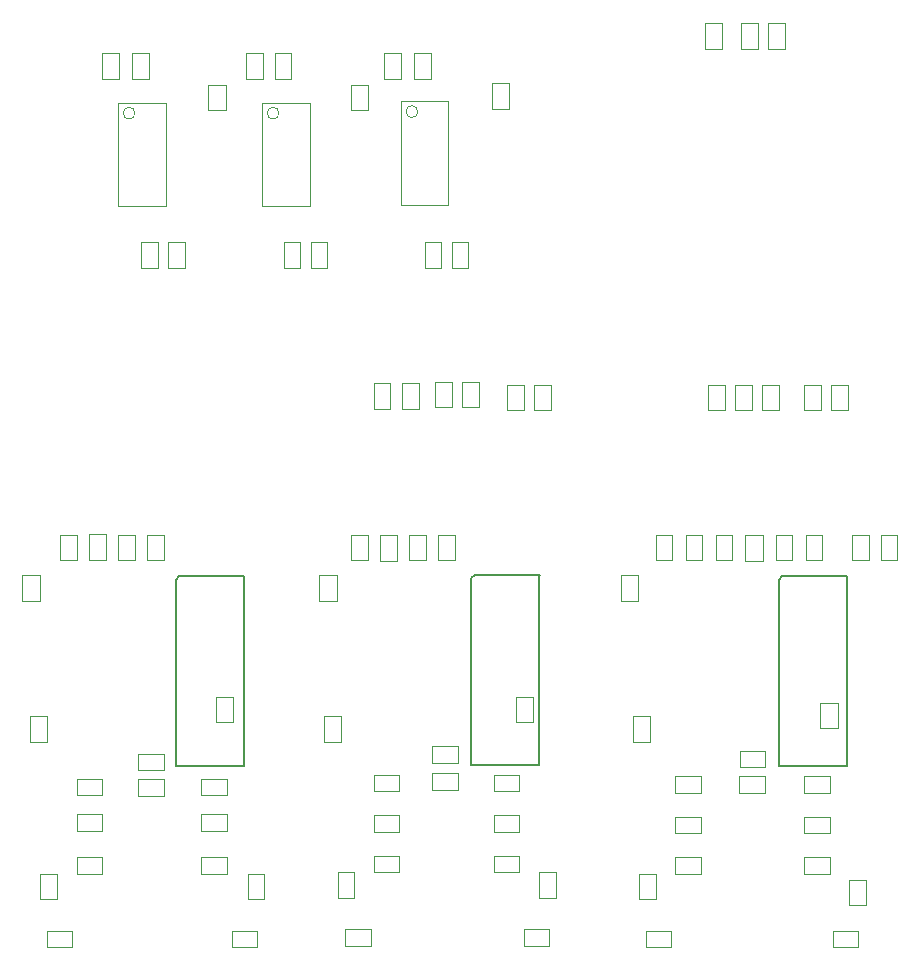
<source format=gbr>
G04 Layer_Color=16711935*
%FSLAX25Y25*%
%MOIN*%
%TF.FileFunction,Other,Mechanical_13*%
%TF.Part,Single*%
G01*
G75*
%TA.AperFunction,NonConductor*%
%ADD41C,0.00787*%
%ADD67C,0.00394*%
D41*
X166637Y126259D02*
X167837Y127459D01*
X166637Y64059D02*
Y126259D01*
Y64059D02*
X189437D01*
Y127359D01*
X189537Y127459D01*
X167837D02*
X189537D01*
X68200Y125759D02*
X69400Y126959D01*
X68200Y63559D02*
Y125759D01*
Y63559D02*
X91000D01*
Y126859D01*
X91100Y126959D01*
X69400D02*
X91100D01*
X269200Y125759D02*
X270400Y126959D01*
X269200Y63559D02*
Y125759D01*
Y63559D02*
X292000D01*
Y126859D01*
X292100Y126959D01*
X270400D02*
X292100D01*
D67*
X148909Y281780D02*
G03*
X148909Y281780I-1969J0D01*
G01*
X102638Y281279D02*
G03*
X102638Y281279I-1969J0D01*
G01*
X54638D02*
G03*
X54638Y281279I-1969J0D01*
G01*
X43744Y301232D02*
X49256D01*
X43744Y292768D02*
X49256D01*
Y301232D01*
X43744Y292768D02*
Y301232D01*
X147744Y292768D02*
X153256D01*
X147744Y301232D02*
X153256D01*
X147744Y292768D02*
Y301232D01*
X153256Y292768D02*
Y301232D01*
X91744Y301232D02*
X97256D01*
X91744Y292768D02*
X97256D01*
Y301232D01*
X91744Y292768D02*
Y301232D01*
X256744Y302768D02*
X262256D01*
X256744Y311232D02*
X262256D01*
X256744Y302768D02*
Y311232D01*
X262256Y302768D02*
Y311232D01*
X153705Y70256D02*
X162169D01*
X153705Y64744D02*
X162169D01*
X153705D02*
Y70256D01*
X162169Y64744D02*
Y70256D01*
X174205Y33756D02*
X182669D01*
X174205Y28244D02*
X182669D01*
X174205D02*
Y33756D01*
X182669Y28244D02*
Y33756D01*
X174205Y41744D02*
X182669D01*
X174205Y47256D02*
X182669D01*
Y41744D02*
Y47256D01*
X174205Y41744D02*
Y47256D01*
X174205Y60756D02*
X182669D01*
X174205Y55244D02*
X182669D01*
X174205D02*
Y60756D01*
X182669Y55244D02*
Y60756D01*
X194933Y19768D02*
Y28232D01*
X189421Y19768D02*
Y28232D01*
X194933D01*
X189421Y19768D02*
X194933D01*
X184205Y3744D02*
X192669D01*
X184205Y9256D02*
X192669D01*
Y3744D02*
Y9256D01*
X184205Y3744D02*
Y9256D01*
X134268Y55244D02*
X142732D01*
X134268Y60756D02*
X142732D01*
Y55244D02*
Y60756D01*
X134268Y55244D02*
Y60756D01*
X134205Y47256D02*
X142669D01*
X134205Y41744D02*
X142669D01*
X134205D02*
Y47256D01*
X142669Y41744D02*
Y47256D01*
X134205Y28244D02*
X142669D01*
X134205Y33756D02*
X142669D01*
Y28244D02*
Y33756D01*
X134205Y28244D02*
Y33756D01*
X127693Y19768D02*
Y28232D01*
X122181Y19768D02*
Y28232D01*
X127693D01*
X122181Y19768D02*
X127693D01*
X124705Y9256D02*
X133169D01*
X124705Y3744D02*
X133169D01*
X124705D02*
Y9256D01*
X133169Y3744D02*
Y9256D01*
X181583Y78169D02*
Y86831D01*
X187291Y78169D02*
Y86831D01*
X181583Y78169D02*
X187291D01*
X181583Y86831D02*
X187291D01*
X153606Y61354D02*
X162268D01*
X153606Y55646D02*
X162268D01*
X153606D02*
Y61354D01*
X162268Y55646D02*
Y61354D01*
X116146Y118669D02*
Y127331D01*
X121854Y118669D02*
Y127331D01*
X116146Y118669D02*
X121854D01*
X116146Y127331D02*
X121854D01*
X55669Y59354D02*
X64331D01*
X55669Y53646D02*
X64331D01*
X55669D02*
Y59354D01*
X64331Y53646D02*
Y59354D01*
X81646Y78169D02*
Y86831D01*
X87354Y78169D02*
Y86831D01*
X81646Y78169D02*
X87354D01*
X81646Y86831D02*
X87354D01*
X283146Y76169D02*
Y84831D01*
X288854Y76169D02*
Y84831D01*
X283146Y76169D02*
X288854D01*
X283146Y84831D02*
X288854D01*
X256028Y60408D02*
X264689D01*
X256028Y54700D02*
X264689D01*
X256028D02*
Y60408D01*
X264689Y54700D02*
Y60408D01*
X256268Y68756D02*
X264732D01*
X256268Y63244D02*
X264732D01*
X256268D02*
Y68756D01*
X264732Y63244D02*
Y68756D01*
X287268Y3244D02*
X295732D01*
X287268Y8756D02*
X295732D01*
Y3244D02*
Y8756D01*
X287268Y3244D02*
Y8756D01*
X298193Y17268D02*
Y25732D01*
X292681Y17268D02*
Y25732D01*
X298193D01*
X292681Y17268D02*
X298193D01*
X277768Y33256D02*
X286232D01*
X277768Y27744D02*
X286232D01*
X277768D02*
Y33256D01*
X286232Y27744D02*
Y33256D01*
X277768Y41244D02*
X286232D01*
X277768Y46756D02*
X286232D01*
Y41244D02*
Y46756D01*
X277768Y41244D02*
Y46756D01*
X277768Y60256D02*
X286232D01*
X277768Y54744D02*
X286232D01*
X277768D02*
Y60256D01*
X286232Y54744D02*
Y60256D01*
X225008Y8756D02*
X233472D01*
X225008Y3244D02*
X233472D01*
X225008D02*
Y8756D01*
X233472Y3244D02*
Y8756D01*
X228256Y19268D02*
Y27732D01*
X222744Y19268D02*
Y27732D01*
X228256D01*
X222744Y19268D02*
X228256D01*
X234768Y27744D02*
X243232D01*
X234768Y33256D02*
X243232D01*
Y27744D02*
Y33256D01*
X234768Y27744D02*
Y33256D01*
X234768Y46756D02*
X243232D01*
X234768Y41244D02*
X243232D01*
X234768D02*
Y46756D01*
X243232Y41244D02*
Y46756D01*
X234768Y54744D02*
X243232D01*
X234768Y60256D02*
X243232D01*
Y54744D02*
Y60256D01*
X234768Y54744D02*
Y60256D01*
X17146Y118669D02*
Y127331D01*
X22854Y118669D02*
Y127331D01*
X17146Y118669D02*
X22854D01*
X17146Y127331D02*
X22854D01*
X106756Y292768D02*
Y301232D01*
X101244Y292768D02*
Y301232D01*
X106756D01*
X101244Y292768D02*
X106756D01*
X143256D02*
Y301232D01*
X137744Y292768D02*
Y301232D01*
X143256D01*
X137744Y292768D02*
X143256D01*
X117646Y71669D02*
Y80331D01*
X123354Y71669D02*
Y80331D01*
X117646Y71669D02*
X123354D01*
X117646Y80331D02*
X123354D01*
X220646Y71669D02*
Y80331D01*
X226354Y71669D02*
Y80331D01*
X220646Y71669D02*
X226354D01*
X220646Y80331D02*
X226354D01*
X35256Y132268D02*
Y140732D01*
X29744Y132268D02*
Y140732D01*
X35256D01*
X29744Y132268D02*
X35256D01*
X151589D02*
Y140732D01*
X146077Y132268D02*
Y140732D01*
X151589D01*
X146077Y132268D02*
X151589D01*
X155744Y132268D02*
Y140732D01*
X161256Y132268D02*
Y140732D01*
X155744Y132268D02*
X161256D01*
X155744Y140732D02*
X161256D01*
X142075Y132028D02*
Y140690D01*
X136366Y132028D02*
Y140690D01*
X142075D01*
X136366Y132028D02*
X142075D01*
X132256Y132268D02*
Y140732D01*
X126744Y132268D02*
Y140732D01*
X132256D01*
X126744Y132268D02*
X132256D01*
X173646Y282669D02*
Y291331D01*
X179354Y282669D02*
Y291331D01*
X173646Y282669D02*
X179354D01*
X173646Y291331D02*
X179354D01*
X25254Y8756D02*
X33718D01*
X25254Y3244D02*
X33718D01*
X25254D02*
Y8756D01*
X33718Y3244D02*
Y8756D01*
X28502Y19268D02*
Y27732D01*
X22990Y19268D02*
Y27732D01*
X28502D01*
X22990Y19268D02*
X28502D01*
X87014Y3244D02*
X95478D01*
X87014Y8756D02*
X95478D01*
Y3244D02*
Y8756D01*
X87014Y3244D02*
Y8756D01*
X97742Y19268D02*
Y27732D01*
X92230Y19268D02*
Y27732D01*
X97742D01*
X92230Y19268D02*
X97742D01*
X76768Y33256D02*
X85232D01*
X76768Y27744D02*
X85232D01*
X76768D02*
Y33256D01*
X85232Y27744D02*
Y33256D01*
X35268Y27744D02*
X43732D01*
X35268Y33256D02*
X43732D01*
Y27744D02*
Y33256D01*
X35268Y27744D02*
Y33256D01*
X35268Y47649D02*
X43732D01*
X35268Y42137D02*
X43732D01*
X35268D02*
Y47649D01*
X43732Y42137D02*
Y47649D01*
X35268Y53851D02*
X43732D01*
X35268Y59363D02*
X43732D01*
Y53851D02*
Y59363D01*
X35268Y53851D02*
Y59363D01*
X76768Y42137D02*
X85232D01*
X76768Y47649D02*
X85232D01*
Y42137D02*
Y47649D01*
X76768Y42137D02*
Y47649D01*
X76768Y59363D02*
X85232D01*
X76768Y53851D02*
X85232D01*
X76768D02*
Y59363D01*
X85232Y53851D02*
Y59363D01*
X19646Y71669D02*
Y80331D01*
X25354Y71669D02*
Y80331D01*
X19646Y71669D02*
X25354D01*
X19646Y80331D02*
X25354D01*
X55768Y67756D02*
X64232D01*
X55768Y62244D02*
X64232D01*
X55768D02*
Y67756D01*
X64232Y62244D02*
Y67756D01*
X45075Y132310D02*
Y140972D01*
X39366Y132310D02*
Y140972D01*
X45075D01*
X39366Y132310D02*
X45075D01*
X54589Y132268D02*
Y140732D01*
X49077Y132268D02*
Y140732D01*
X54589D01*
X49077Y132268D02*
X54589D01*
X58744Y132268D02*
Y140732D01*
X64256Y132268D02*
Y140732D01*
X58744Y132268D02*
X64256D01*
X58744Y140732D02*
X64256D01*
X216646Y118669D02*
Y127331D01*
X222354Y118669D02*
Y127331D01*
X216646Y118669D02*
X222354D01*
X216646Y127331D02*
X222354D01*
X228244Y132268D02*
Y140732D01*
X233756Y132268D02*
Y140732D01*
X228244Y132268D02*
X233756D01*
X228244Y140732D02*
X233756D01*
X243738Y132268D02*
Y140732D01*
X238226Y132268D02*
Y140732D01*
X243738D01*
X238226Y132268D02*
X243738D01*
X253720D02*
Y140732D01*
X248208Y132268D02*
Y140732D01*
X253720D01*
X248208Y132268D02*
X253720D01*
X263854Y132028D02*
Y140690D01*
X258146Y132028D02*
Y140690D01*
X263854D01*
X258146Y132028D02*
X263854D01*
X273756Y132268D02*
Y140732D01*
X268244Y132268D02*
Y140732D01*
X273756D01*
X268244Y132268D02*
X273756D01*
X278244Y132268D02*
Y140732D01*
X283756Y132268D02*
Y140732D01*
X278244Y132268D02*
X283756D01*
X278244Y140732D02*
X283756D01*
X299256Y132268D02*
Y140732D01*
X293744Y132268D02*
Y140732D01*
X299256D01*
X293744Y132268D02*
X299256D01*
X303244Y132268D02*
Y140732D01*
X308756Y132268D02*
Y140732D01*
X303244Y132268D02*
X308756D01*
X303244Y140732D02*
X308756D01*
X286744Y182268D02*
X292256D01*
X286744Y190732D02*
X292256D01*
X286744Y182268D02*
Y190732D01*
X292256Y182268D02*
Y190732D01*
X277744Y182268D02*
X283256D01*
X277744Y190732D02*
X283256D01*
X277744Y182268D02*
Y190732D01*
X283256Y182268D02*
Y190732D01*
X263744Y182205D02*
X269256D01*
X263744Y190669D02*
X269256D01*
X263744Y182205D02*
Y190669D01*
X269256Y182205D02*
Y190669D01*
X254744Y190732D02*
X260256D01*
X254744Y182268D02*
X260256D01*
Y190732D01*
X254744Y182268D02*
Y190732D01*
X245744Y182268D02*
X251256D01*
X245744Y190732D02*
X251256D01*
X245744Y182268D02*
Y190732D01*
X251256Y182268D02*
Y190732D01*
X187744Y190732D02*
X193256D01*
X187744Y182268D02*
X193256D01*
Y190732D01*
X187744Y182268D02*
Y190732D01*
X178744Y182268D02*
X184256D01*
X178744Y190732D02*
X184256D01*
X178744Y182268D02*
Y190732D01*
X184256Y182268D02*
Y190732D01*
X163744Y191732D02*
X169256D01*
X163744Y183268D02*
X169256D01*
Y191732D01*
X163744Y183268D02*
Y191732D01*
X154744Y183268D02*
X160256D01*
X154744Y191732D02*
X160256D01*
X154744Y183268D02*
Y191732D01*
X160256Y183268D02*
Y191732D01*
X143744Y191232D02*
X149256D01*
X143744Y182768D02*
X149256D01*
Y191232D01*
X143744Y182768D02*
Y191232D01*
X134244Y182768D02*
X139756D01*
X134244Y191232D02*
X139756D01*
X134244Y182768D02*
Y191232D01*
X139756Y182768D02*
Y191232D01*
X56744Y238232D02*
X62256D01*
X56744Y229768D02*
X62256D01*
Y238232D01*
X56744Y229768D02*
Y238232D01*
X65744D02*
X71256D01*
X65744Y229768D02*
X71256D01*
Y238232D01*
X65744Y229768D02*
Y238232D01*
X104244D02*
X109756D01*
X104244Y229768D02*
X109756D01*
Y238232D01*
X104244Y229768D02*
Y238232D01*
X113244D02*
X118756D01*
X113244Y229768D02*
X118756D01*
Y238232D01*
X113244Y229768D02*
Y238232D01*
X151244D02*
X156756D01*
X151244Y229768D02*
X156756D01*
Y238232D01*
X151244Y229768D02*
Y238232D01*
X160244D02*
X165756D01*
X160244Y229768D02*
X165756D01*
Y238232D01*
X160244Y229768D02*
Y238232D01*
X143398Y250677D02*
Y285323D01*
X159146Y250677D02*
Y285323D01*
X143398D02*
X159146D01*
X143398Y250677D02*
X159146D01*
X97126Y250177D02*
Y284823D01*
X112874Y250177D02*
Y284823D01*
X97126D02*
X112874D01*
X97126Y250177D02*
X112874D01*
X49126D02*
Y284823D01*
X64874Y250177D02*
Y284823D01*
X49126D02*
X64874D01*
X49126Y250177D02*
X64874D01*
X59256Y292768D02*
Y301232D01*
X53744Y292768D02*
Y301232D01*
X59256D01*
X53744Y292768D02*
X59256D01*
X79146Y282169D02*
Y290831D01*
X84854Y282169D02*
Y290831D01*
X79146Y282169D02*
X84854D01*
X79146Y290831D02*
X84854D01*
X126646Y282169D02*
Y290831D01*
X132354Y282169D02*
Y290831D01*
X126646Y282169D02*
X132354D01*
X126646Y290831D02*
X132354D01*
X244744Y302768D02*
X250256D01*
X244744Y311232D02*
X250256D01*
X244744Y302768D02*
Y311232D01*
X250256Y302768D02*
Y311232D01*
X265744Y302768D02*
X271256D01*
X265744Y311232D02*
X271256D01*
X265744Y302768D02*
Y311232D01*
X271256Y302768D02*
Y311232D01*
%TF.MD5,551b6087444d0a72d9f5f8d4d62f977f*%
M02*

</source>
